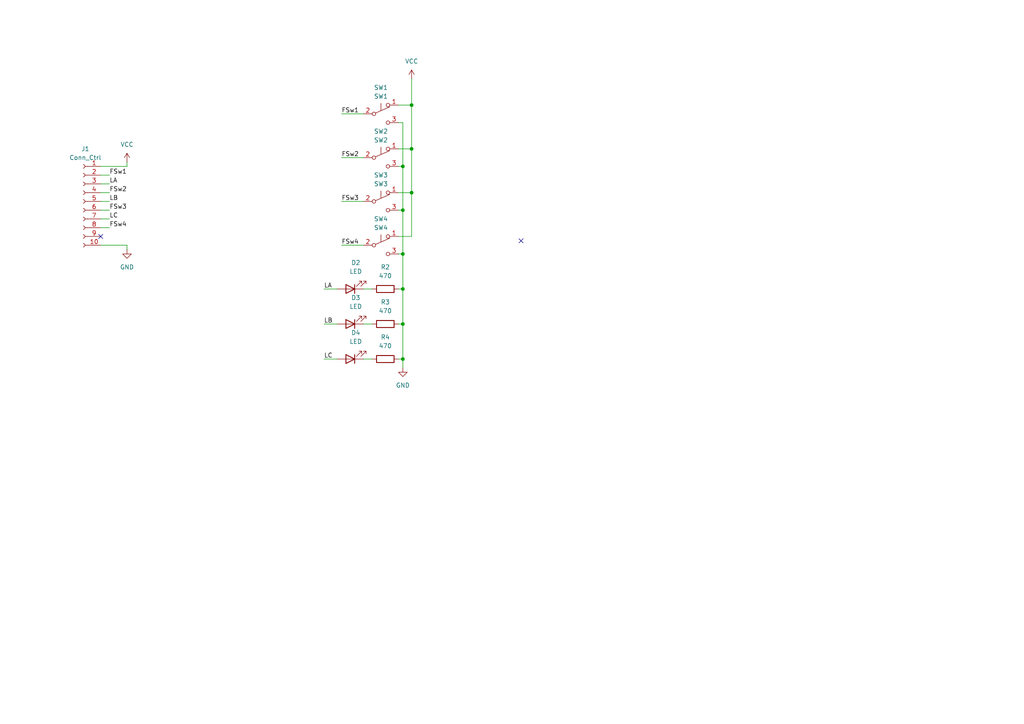
<source format=kicad_sch>
(kicad_sch (version 20211123) (generator eeschema)
  (paper "A4")
  (lib_symbols
    (symbol "Connector:Conn_01x10_Female" (pin_names (offset 1.016) hide)
      (property "Reference" "J" (at 0 12.7 0))
      (property "Value" "Conn_01x10_Female" (at 0 -15.24 0))
      (symbol "Conn_01x10_Female_1_1"
        (arc (start 0 -12.192) (mid -0.508 -12.7) (end 0 -13.208) (stroke (width 0.1524)))
        (arc (start 0 -9.652) (mid -0.508 -10.16) (end 0 -10.668) (stroke (width 0.1524)))
        (arc (start 0 -7.112) (mid -0.508 -7.62) (end 0 -8.128) (stroke (width 0.1524)))
        (arc (start 0 -4.572) (mid -0.508 -5.08) (end 0 -5.588) (stroke (width 0.1524)))
        (arc (start 0 -2.032) (mid -0.508 -2.54) (end 0 -3.048) (stroke (width 0.1524)))
        (polyline (pts (xy -1.27 -12.7) (xy -0.508 -12.7)) (stroke (width 0.1524)))
        (polyline (pts (xy -1.27 -10.16) (xy -0.508 -10.16)) (stroke (width 0.1524)))
        (polyline (pts (xy -1.27 -7.62) (xy -0.508 -7.62)) (stroke (width 0.1524)))
        (polyline (pts (xy -1.27 -5.08) (xy -0.508 -5.08)) (stroke (width 0.1524)))
        (polyline (pts (xy -1.27 -2.54) (xy -0.508 -2.54)) (stroke (width 0.1524)))
        (polyline (pts (xy -1.27 0) (xy -0.508 0)) (stroke (width 0.1524)))
        (polyline (pts (xy -1.27 2.54) (xy -0.508 2.54)) (stroke (width 0.1524)))
        (polyline (pts (xy -1.27 5.08) (xy -0.508 5.08)) (stroke (width 0.1524)))
        (polyline (pts (xy -1.27 7.62) (xy -0.508 7.62)) (stroke (width 0.1524)))
        (polyline (pts (xy -1.27 10.16) (xy -0.508 10.16)) (stroke (width 0.1524)))
        (arc (start 0 0.508) (mid -0.508 0) (end 0 -0.508) (stroke (width 0.1524)))
        (arc (start 0 3.048) (mid -0.508 2.54) (end 0 2.032) (stroke (width 0.1524)))
        (arc (start 0 5.588) (mid -0.508 5.08) (end 0 4.572) (stroke (width 0.1524)))
        (arc (start 0 8.128) (mid -0.508 7.62) (end 0 7.112) (stroke (width 0.1524)))
        (arc (start 0 10.668) (mid -0.508 10.16) (end 0 9.652) (stroke (width 0.1524)))
        (pin passive line (at -5.08 10.16 0) (length 3.81) (name "Pin_1") (number "1"))
        (pin passive line (at -5.08 -12.7 0) (length 3.81) (name "Pin_10") (number "10"))
        (pin passive line (at -5.08 7.62 0) (length 3.81) (name "Pin_2") (number "2"))
        (pin passive line (at -5.08 5.08 0) (length 3.81) (name "Pin_3") (number "3"))
        (pin passive line (at -5.08 2.54 0) (length 3.81) (name "Pin_4") (number "4"))
        (pin passive line (at -5.08 0 0) (length 3.81) (name "Pin_5") (number "5"))
        (pin passive line (at -5.08 -2.54 0) (length 3.81) (name "Pin_6") (number "6"))
        (pin passive line (at -5.08 -5.08 0) (length 3.81) (name "Pin_7") (number "7"))
        (pin passive line (at -5.08 -7.62 0) (length 3.81) (name "Pin_8") (number "8"))
        (pin passive line (at -5.08 -10.16 0) (length 3.81) (name "Pin_9") (number "9"))
      )
    )
    (symbol "Device:LED" (pin_numbers hide) (pin_names (offset 1.016) hide)
      (property "Reference" "D" (at 0 2.54 0))
      (property "Value" "LED" (at 0 -2.54 0))
      (symbol "LED_0_1"
        (polyline (pts (xy -1.27 -1.27) (xy -1.27 1.27)) (stroke (width 0.254)))
        (polyline (pts (xy -1.27 0) (xy 1.27 0)))
        (polyline (pts (xy 1.27 -1.27) (xy 1.27 1.27) (xy -1.27 0) (xy 1.27 -1.27)) (stroke (width 0.254)))
        (polyline (pts (xy -3.048 -0.762) (xy -4.572 -2.286) (xy -3.81 -2.286) (xy -4.572 -2.286) (xy -4.572 -1.524)))
        (polyline (pts (xy -1.778 -0.762) (xy -3.302 -2.286) (xy -2.54 -2.286) (xy -3.302 -2.286) (xy -3.302 -1.524)))
      )
      (symbol "LED_1_1"
        (pin passive line (at -3.81 0 0) (length 2.54) (name "K") (number "1"))
        (pin passive line (at 3.81 0 180) (length 2.54) (name "A") (number "2"))
      )
    )
    (symbol "Device:R" (pin_numbers hide) (pin_names (offset 0))
      (property "Reference" "R" (at 2.032 0 90))
      (property "Value" "R" (at 0 0 90))
      (symbol "R_0_1"
        (rectangle (start -1.016 -2.54) (end 1.016 2.54) (stroke (width 0.254)))
      )
      (symbol "R_1_1"
        (pin passive line (at 0 3.81 270) (length 1.27) (name "~") (number "1"))
        (pin passive line (at 0 -3.81 90) (length 1.27) (name "~") (number "2"))
      )
    )
    (symbol "Switch:SW_Push_SPDT" (pin_names (offset 0) hide)
      (property "Reference" "SW" (at 0 4.318 0))
      (property "Value" "SW_Push_SPDT" (at 0 -5.08 0))
      (symbol "SW_Push_SPDT_0_0"
        (circle (center -2.032 0) (radius 0.508))
        (polyline (pts (xy 0 1.016) (xy 0 3.048)))
        (circle (center 2.032 -2.54) (radius 0.508))
      )
      (symbol "SW_Push_SPDT_0_1"
        (polyline (pts (xy -1.524 0.254) (xy 2.54 2.032)))
        (circle (center 2.032 2.54) (radius 0.508))
      )
      (symbol "SW_Push_SPDT_1_1"
        (pin passive line (at 5.08 2.54 180) (length 2.54) (name "A") (number "1"))
        (pin passive line (at -5.08 0 0) (length 2.54) (name "B") (number "2"))
        (pin passive line (at 5.08 -2.54 180) (length 2.54) (name "C") (number "3"))
      )
    )
    (symbol "power:GND" (power) (pin_names (offset 0))
      (property "Value" "GND" (at 0 -3.81 0))
      (symbol "GND_0_1"
        (polyline (pts (xy 0 0) (xy 0 -1.27) (xy 1.27 -1.27) (xy 0 -2.54) (xy -1.27 -1.27) (xy 0 -1.27)))
      )
      (symbol "GND_1_1"
        (pin power_in line (at 0 0 270) (length 0) hide (name "GND") (number "1"))
      )
    )
    (symbol "power:VCC" (power) (pin_names (offset 0))
      (property "Value" "VCC" (at 0 3.81 0))
      (symbol "VCC_0_1"
        (polyline (pts (xy -0.762 1.27) (xy 0 2.54)))
        (polyline (pts (xy 0 0) (xy 0 2.54)))
        (polyline (pts (xy 0 2.54) (xy 0.762 1.27)))
      )
      (symbol "VCC_1_1"
        (pin power_in line (at 0 0 90) (length 0) hide (name "VCC") (number "1"))
      )
    )
  )
  (junction (at 116.84 104.14))
  (junction (at 119.38 30.48))
  (junction (at 119.38 55.88))
  (junction (at 116.84 73.66))
  (junction (at 119.38 43.18))
  (junction (at 116.84 83.82))
  (junction (at 116.84 60.96))
  (junction (at 116.84 93.98))
  (junction (at 116.84 48.26))
  (no_connect (at 29.21 68.58))
  (no_connect (at 151.13 69.85))
  (wire (pts (xy 93.98 83.82) (xy 97.79 83.82)))
  (wire (pts (xy 115.57 35.56) (xy 116.84 35.56)))
  (wire (pts (xy 105.41 83.82) (xy 107.95 83.82)))
  (wire (pts (xy 115.57 83.82) (xy 116.84 83.82)))
  (wire (pts (xy 29.21 60.96) (xy 31.75 60.96)))
  (wire (pts (xy 115.57 104.14) (xy 116.84 104.14)))
  (wire (pts (xy 116.84 83.82) (xy 116.84 93.98)))
  (wire (pts (xy 119.38 55.88) (xy 119.38 68.58)))
  (wire (pts (xy 29.21 55.88) (xy 31.75 55.88)))
  (wire (pts (xy 116.84 60.96) (xy 116.84 73.66)))
  (wire (pts (xy 29.21 50.8) (xy 31.75 50.8)))
  (wire (pts (xy 116.84 35.56) (xy 116.84 48.26)))
  (wire (pts (xy 99.06 45.72) (xy 105.41 45.72)))
  (wire (pts (xy 29.21 53.34) (xy 31.75 53.34)))
  (wire (pts (xy 29.21 63.5) (xy 31.75 63.5)))
  (wire (pts (xy 36.83 46.99) (xy 36.83 48.26)))
  (wire (pts (xy 36.83 71.12) (xy 36.83 72.39)))
  (wire (pts (xy 115.57 93.98) (xy 116.84 93.98)))
  (wire (pts (xy 29.21 66.04) (xy 31.75 66.04)))
  (wire (pts (xy 99.06 71.12) (xy 105.41 71.12)))
  (wire (pts (xy 116.84 73.66) (xy 116.84 83.82)))
  (wire (pts (xy 119.38 43.18) (xy 119.38 55.88)))
  (wire (pts (xy 115.57 60.96) (xy 116.84 60.96)))
  (wire (pts (xy 119.38 30.48) (xy 119.38 43.18)))
  (wire (pts (xy 29.21 71.12) (xy 36.83 71.12)))
  (wire (pts (xy 93.98 104.14) (xy 97.79 104.14)))
  (wire (pts (xy 99.06 33.02) (xy 105.41 33.02)))
  (wire (pts (xy 115.57 30.48) (xy 119.38 30.48)))
  (wire (pts (xy 116.84 48.26) (xy 116.84 60.96)))
  (wire (pts (xy 116.84 93.98) (xy 116.84 104.14)))
  (wire (pts (xy 119.38 22.86) (xy 119.38 30.48)))
  (wire (pts (xy 29.21 58.42) (xy 31.75 58.42)))
  (wire (pts (xy 93.98 93.98) (xy 97.79 93.98)))
  (wire (pts (xy 115.57 73.66) (xy 116.84 73.66)))
  (wire (pts (xy 115.57 68.58) (xy 119.38 68.58)))
  (wire (pts (xy 115.57 55.88) (xy 119.38 55.88)))
  (wire (pts (xy 115.57 48.26) (xy 116.84 48.26)))
  (wire (pts (xy 99.06 58.42) (xy 105.41 58.42)))
  (wire (pts (xy 115.57 43.18) (xy 119.38 43.18)))
  (wire (pts (xy 116.84 104.14) (xy 116.84 106.68)))
  (wire (pts (xy 105.41 104.14) (xy 107.95 104.14)))
  (wire (pts (xy 105.41 93.98) (xy 107.95 93.98)))
  (wire (pts (xy 29.21 48.26) (xy 36.83 48.26)))
  (label "FSw4" (at 31.75 66.04 0))
  (label "FSw2" (at 31.75 55.88 0))
  (label "LA" (at 93.98 83.82 0))
  (label "LC" (at 31.75 63.5 0))
  (label "FSw4" (at 99.06 71.12 0))
  (label "LA" (at 31.75 53.34 0))
  (label "LB" (at 93.98 93.98 0))
  (label "FSw2" (at 99.06 45.72 0))
  (label "FSw3" (at 99.06 58.42 0))
  (label "LB" (at 31.75 58.42 0))
  (label "FSw1" (at 99.06 33.02 0))
  (label "LC" (at 93.98 104.14 0))
  (label "FSw3" (at 31.75 60.96 0))
  (label "FSw1" (at 31.75 50.8 0))
  (symbol (lib_id "Device:LED") (at 101.6 104.14 180) (unit 1)
    (property "Reference" "D4" (at 103.1875 96.52 0))
    (property "Value" "LED" (at 103.1875 99.06 0))
    (property "Footprint" "LED_THT:LED_D3.0mm" (effects hide))
  )
  (symbol (lib_id "Device:R") (at 111.76 104.14 90) (unit 1)
    (property "Reference" "R4" (at 111.76 97.79 90))
    (property "Value" "470" (at 111.76 100.33 90))
    (property "Footprint" "Resistor_SMD:R_0603_1608Metric" (effects hide))
  )
  (symbol (lib_id "Switch:SW_Push_SPDT") (at 110.49 33.02 0) (unit 1)
    (property "Reference" "SW1" (at 110.49 25.4 0))
    (property "Value" "SW1" (at 110.49 27.94 0))
    (property "Footprint" "BDMLibrary:SPDT Momentum" (effects hide))
  )
  (symbol (lib_id "Switch:SW_Push_SPDT") (at 110.49 45.72 0) (unit 1)
    (property "Reference" "SW2" (at 110.49 38.1 0))
    (property "Value" "SW2" (at 110.49 40.64 0))
    (property "Footprint" "BDMLibrary:SPDT Momentum" (effects hide))
  )
  (symbol (lib_id "power:VCC") (at 119.38 22.86 0) (unit 1)
    (property "Reference" "#PWR01" (effects hide))
    (property "Value" "VCC" (at 119.38 17.78 0))
  )
  (symbol (lib_id "Device:R") (at 111.76 93.98 90) (unit 1)
    (property "Reference" "R3" (at 111.76 87.63 90))
    (property "Value" "470" (at 111.76 90.17 90))
    (property "Footprint" "Resistor_SMD:R_0603_1608Metric" (effects hide))
  )
  (symbol (lib_id "Connector:Conn_01x10_Female") (at 24.13 58.42 0) (mirror y) (unit 1)
    (property "Reference" "J1" (at 24.765 43.18 0))
    (property "Value" "Conn_Ctrl" (at 24.765 45.72 0))
    (property "Footprint" "Connector_PinHeader_2.54mm:PinHeader_1x10_P2.54mm_Vertical" (effects hide))
  )
  (symbol (lib_id "Switch:SW_Push_SPDT") (at 110.49 71.12 0) (unit 1)
    (property "Reference" "SW4" (at 110.49 63.5 0))
    (property "Value" "SW4" (at 110.49 66.04 0))
    (property "Footprint" "BDMLibrary:SPDT Momentum" (effects hide))
  )
  (symbol (lib_id "Switch:SW_Push_SPDT") (at 110.49 58.42 0) (unit 1)
    (property "Reference" "SW3" (at 110.49 50.8 0))
    (property "Value" "SW3" (at 110.49 53.34 0))
    (property "Footprint" "BDMLibrary:SPDT Momentum" (effects hide))
  )
  (symbol (lib_id "power:GND") (at 36.83 72.39 0) (unit 1)
    (property "Reference" "#PWR?" (effects hide))
    (property "Value" "GND" (at 36.83 77.47 0))
  )
  (symbol (lib_id "Device:LED") (at 101.6 83.82 180) (unit 1)
    (property "Reference" "D2" (at 103.1875 76.2 0))
    (property "Value" "LED" (at 103.1875 78.74 0))
    (property "Footprint" "LED_THT:LED_D3.0mm" (effects hide))
  )
  (symbol (lib_id "power:VCC") (at 36.83 46.99 0) (unit 1)
    (property "Reference" "#PWR?" (effects hide))
    (property "Value" "VCC" (at 36.83 41.91 0))
  )
  (symbol (lib_id "Device:R") (at 111.76 83.82 90) (unit 1)
    (property "Reference" "R2" (at 111.76 77.47 90))
    (property "Value" "470" (at 111.76 80.01 90))
    (property "Footprint" "Resistor_SMD:R_0603_1608Metric" (effects hide))
  )
  (symbol (lib_id "Device:LED") (at 101.6 93.98 180) (unit 1)
    (property "Reference" "D3" (at 103.1875 86.36 0))
    (property "Value" "LED" (at 103.1875 88.9 0))
    (property "Footprint" "LED_THT:LED_D3.0mm" (effects hide))
  )
  (symbol (lib_id "power:GND") (at 116.84 106.68 0) (unit 1)
    (property "Reference" "#PWR?" (effects hide))
    (property "Value" "GND" (at 116.84 111.76 0))
  )
)
</source>
